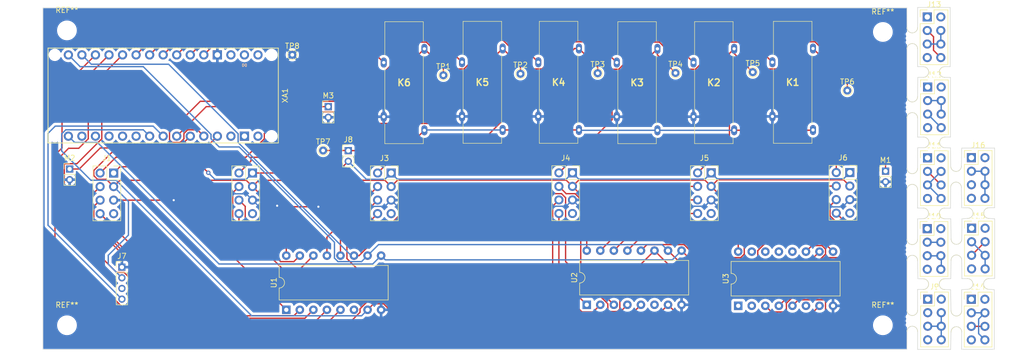
<source format=kicad_pcb>
(kicad_pcb (version 20221018) (generator pcbnew)
  (layers (0 "F.Cu" signal) (31 "B.Cu" signal) (34 "B.Paste" user) (35 "F.Paste" user) (36 "B.SilkS" user "B.Silkscreen") (37 "F.SilkS" user "F.Silkscreen") (38 "B.Mask" user) (39 "F.Mask" user) (44 "Edge.Cuts" user))
  (net 0 "")
  (net 1 "Net-(J1-Pin_1)")
  (net 2 "Net-(J1-Pin_2)")
  (net 3 "Net-(J1-Pin_3)")
  (net 4 "Net-(J1-Pin_6)")
  (net 5 "Net-(J1-Pin_8)")
  (net 7 "Net-(J7-Pin_4)")
  (net 8 "Net-(J8-Pin_1)")
  (net 9 "Net-(K1-COIL+)")
  (net 10 "Net-(K2-COIL+)")
  (net 11 "Net-(K3-COIL+)")
  (net 12 "Net-(K4-COIL+)")
  (net 13 "Net-(K5-COIL+)")
  (net 14 "Net-(K6-COIL+)")
  (net 15 "Net-(M1-+)")
  (net 16 "Net-(M2-+)")
  (net 18 "Net-(U1-Z)")
  (net 20 "Net-(U1-~{E})")
  (net 21 "Net-(U1-S2)")
  (net 22 "Net-(U1-S1)")
  (net 23 "Net-(U1-S0)")
  (net 24 "Net-(U2-Z)")
  (net 28 "Net-(U3-Z)")
  (net 42 "Net-(J2-Pin_6)")
  (net 43 "Net-(J2-Pin_8)")
  (net 44 "Net-(J3-Pin_6)")
  (net 45 "Net-(J3-Pin_8)")
  (net 46 "Net-(J4-Pin_6)")
  (net 47 "Net-(J4-Pin_8)")
  (net 48 "Net-(J5-Pin_6)")
  (net 49 "Net-(J5-Pin_8)")
  (net 50 "Net-(J6-Pin_8)")
  (net 51 "Net-(J6-Pin_6)")
  (net 53 "Net-(J1-Pin_4)")
  (net 54 "Net-(J2-Pin_2)")
  (net 55 "Net-(J2-Pin_4)")
  (net 57 "Net-(J3-Pin_2)")
  (net 58 "Net-(J3-Pin_4)")
  (net 60 "Net-(J4-Pin_2)")
  (net 61 "Net-(J4-Pin_4)")
  (net 63 "Net-(J5-Pin_2)")
  (net 64 "Net-(J5-Pin_4)")
  (net 67 "Net-(J6-Pin_4)")
  (net 68 "Net-(J6-Pin_2)")
  (net 71 "Net-(J9-Pin_4)")
  (net 76 "Net-(J10-Pin_3)")
  (net 77 "Net-(J10-Pin_5)")
  (net 81 "Net-(J11-Pin_3)")
  (net 82 "Net-(J11-Pin_4)")
  (net 86 "Net-(J12-Pin_3)")
  (net 89 "Net-(J13-Pin_3)")
  (net 90 "Net-(J13-Pin_4)")
  (net 91 "Net-(J12-Pin_5)")
  (net 94 "Net-(J14-Pin_3)")
  (net 95 "Net-(J14-Pin_5)")
  (net 98 "Net-(M3-+)")
  (net 100 "Net-(J1-Pin_5)")
  (net 105 "Net-(J15-Pin_3)")
  (net 106 "Net-(J15-Pin_4)")
  (net 110 "Net-(J16-Pin_3)")
  (footprint "MountingHole:MountingHole_3.2mm_M3_DIN965" (layer "F.Cu") (at 99.13 23.68)
    (fp_text reference "REF**")
    (fp_text value "MountingHole_3.2mm_M3_DIN965")
  )
  (footprint "Connector_PinSocket_2.54mm:PinSocket_2x04_P2.54mm_Vertical" (layer "F.Cu") (at 133.927145 50.425)
    (fp_text reference "J2" hide)
    (fp_text value "Conn_02x04_Counter_Clockwise")
  )
  (footprint "PCM_arduino-library:Arduino_Nano_Every_Socket" (layer "F.Cu") (at 95.587145 35.895 -90)
    (fp_text reference "XA1")
    (fp_text value "Arduino_Nano_RP2040_Connect_Socket")
  )
  (footprint "Mouse_bite:mouse-bite-2mm-slot" (layer "F.Cu") (at 265.93 64.8 -90)
    (fp_text reference "mouse-bite-2mm-slot" hide)
    (fp_text value "VAL**" hide)
  )
  (footprint "Mouse_bite:mouse-bite-2mm-slot" (layer "F.Cu") (at 257.65 78.15 -90)
    (fp_text reference "mouse-bite-2mm-slot" hide)
    (fp_text value "VAL**" hide)
  )
  (footprint "MountingHole:MountingHole_3.2mm_M3_DIN965" (layer "F.Cu") (at 252.137145 23.975)
    (fp_text reference "REF**")
    (fp_text value "MountingHole_3.2mm_M3_DIN965")
  )
  (footprint "Relay_THT:HE751A0500" (layer "F.Cu") (at 216.627145 29.665)
    (fp_text reference "K2")
    (fp_text value "HE751A0500" hide)
  )
  (footprint "Relay_THT:HE751A0500" (layer "F.Cu") (at 202.237145 29.675)
    (fp_text reference "K3")
    (fp_text value "HE751A0500" hide)
  )
  (footprint "Package_DIP:DIP-16_W10.16mm" (layer "F.Cu") (at 196.607145 75.135 90)
    (fp_text reference "U2")
    (fp_text value "74LS151")
  )
  (footprint "Mouse_bite:mouse-bite-2mm-slot" (layer "F.Cu") (at 257.65 51.55 -90)
    (fp_text reference "mouse-bite-2mm-slot" hide)
    (fp_text value "VAL**" hide)
  )
  (footprint "Connector_PinHeader_2.54mm:PinHeader_2x04_P2.54mm_Vertical" (layer "F.Cu") (at 268.77 60.78)
    (fp_text reference "J15")
    (fp_text value "Conn_02x04_Odd_Even")
  )
  (footprint "Relay_THT:HE751A0500" (layer "F.Cu") (at 158.537145 29.675)
    (fp_text reference "K6")
    (fp_text value "HE751A0500" hide)
  )
  (footprint "TestPoint:TestPoint_THTPad_D1.5mm_Drill0.7mm" (layer "F.Cu") (at 213.25 31.66)
    (fp_text reference "TP4")
    (fp_text value "TestPoint")
  )
  (footprint "Mouse_bite:mouse-bite-2mm-slot" (layer "F.Cu") (at 257.65 64.85 -90)
    (fp_text reference "mouse-bite-2mm-slot" hide)
    (fp_text value "VAL**" hide)
  )
  (footprint "Connector_PinSocket_2.54mm:PinSocket_2x04_P2.54mm_Vertical" (layer "F.Cu") (at 245.937145 50.335)
    (fp_text reference "J6")
    (fp_text value "Conn_02x04_Counter_Clockwise")
  )
  (footprint "Relay_THT:HE751A0500" (layer "F.Cu") (at 231.417145 29.615)
    (fp_text reference "K1")
    (fp_text value "HE751A0500" hide)
  )
  (footprint "TestPoint:TestPoint_THTPad_D1.5mm_Drill0.7mm" (layer "F.Cu") (at 147.17 46.2)
    (fp_text reference "TP7")
    (fp_text value "TestPoint")
  )
  (footprint "TestPoint:TestPoint_THTPad_D1.5mm_Drill0.7mm" (layer "F.Cu") (at 184.18 31.82)
    (fp_text reference "TP2")
    (fp_text value "TestPoint")
  )
  (footprint "Connector_PinSocket_2.54mm:PinSocket_2x04_P2.54mm_Vertical" (layer "F.Cu") (at 193.927145 50.395)
    (fp_text reference "J4")
    (fp_text value "Conn_02x04_Counter_Clockwise")
  )
  (footprint "Mouse_bite:mouse-bite-2mm-slot" (layer "F.Cu") (at 261.75 31.5 180)
    (fp_text reference "mouse-bite-2mm-slot" hide)
    (fp_text value "VAL**" hide)
  )
  (footprint "Relay_THT:HE751A0500" (layer "F.Cu") (at 187.517145 29.615)
    (fp_text reference "K4")
    (fp_text value "HE751A0500" hide)
  )
  (footprint "Connector_PinHeader_2.00mm:PinHeader_1x02_P2.00mm_Vertical" (layer "F.Cu") (at 148.137145 37.975)
    (fp_text reference "M3")
    (fp_text value "Fan")
  )
  (footprint "Mouse_bite:mouse-bite-2mm-slot" (layer "F.Cu") (at 257.65 38.1 -90)
    (fp_text reference "mouse-bite-2mm-slot" hide)
    (fp_text value "VAL**" hide)
  )
  (footprint "Connector_PinSocket_2.54mm:PinSocket_2x04_P2.54mm_Vertical" (layer "F.Cu") (at 159.927145 50.425)
    (fp_text reference "J3")
    (fp_text value "Conn_02x04_Counter_Clockwise")
  )
  (footprint "MountingHole:MountingHole_3.2mm_M3_DIN965" (layer "F.Cu") (at 252.137145 78.975)
    (fp_text reference "REF**")
    (fp_text value "MountingHole_3.2mm_M3_DIN965")
  )
  (footprint "Mouse_bite:mouse-bite-2mm-slot" (layer "F.Cu") (at 261.735 71.28 180)
    (fp_text reference "mouse-bite-2mm-slot" hide)
    (fp_text value "VAL**" hide)
  )
  (footprint "TestPoint:TestPoint_THTPad_D1.5mm_Drill0.7mm" (layer "F.Cu") (at 227.74 31.51)
    (fp_text reference "TP5")
    (fp_text value "TestPoint")
  )
  (footprint "TestPoint:TestPoint_THTPad_D1.5mm_Drill0.7mm" (layer "F.Cu") (at 198.66 31.71)
    (fp_text reference "TP3")
    (fp_text value "TestPoint")
  )
  (footprint "Connector_PinHeader_2.00mm:PinHeader_1x02_P2.00mm_Vertical" (layer "F.Cu") (at 151.887145 46.225)
    (fp_text reference "J8")
    (fp_text value "Conn_01x02")
  )
  (footprint "Connector_PinHeader_2.00mm:PinHeader_1x02_P2.00mm_Vertical" (layer "F.Cu") (at 99.637145 49.675)
    (fp_text reference "M2")
    (fp_text value "Fan")
  )
  (footprint "Connector_PinHeader_2.54mm:PinHeader_2x04_P2.54mm_Vertical" (layer "F.Cu") (at 260.46 60.86)
    (fp_text reference "J10")
    (fp_text value "Conn_02x04_Odd_Even")
  )
  (footprint "Connector_PinHeader_2.54mm:PinHeader_2x04_P2.54mm_Vertical" (layer "F.Cu") (at 260.51 47.58)
    (fp_text reference "J11")
    (fp_text value "Conn_02x04_Odd_Even")
  )
  (footprint "Connector_PinSocket_2.54mm:PinSocket_2x04_P2.54mm_Vertical" (layer "F.Cu") (at 219.937145 50.395)
    (fp_text reference "J5")
    (fp_text value "Conn_02x04_Counter_Clockwise")
  )
  (footprint "Mouse_bite:mouse-bite-2mm-slot" (layer "F.Cu") (at 261.8 44.7 180)
    (fp_text reference "mouse-bite-2mm-slot" hide)
    (fp_text value "VAL**" hide)
  )
  (footprint "Relay_THT:HE751A0500" (layer "F.Cu") (at 173.217145 29.615)
    (fp_text reference "K5")
    (fp_text value "HE751A0500" hide)
  )
  (footprint "Mouse_bite:mouse-bite-2mm-slot" (layer "F.Cu") (at 261.72 57.98 180)
    (fp_text reference "mouse-bite-2mm-slot" hide)
    (fp_text value "VAL**" hide)
  )
  (footprint "TestPoint:TestPoint_THTPad_D1.5mm_Drill0.7mm" (layer "F.Cu") (at 141.39 28.26)
    (fp_text reference "TP8")
    (fp_text value "TestPoint")
  )
  (footprint "Mouse_bite:mouse-bite-2mm-slot" (layer "F.Cu") (at 265.86 51.13 90)
    (fp_text reference "mouse-bite-2mm-slot" hide)
    (fp_text value "VAL**" hide)
  )
  (footprint "Connector_PinHeader_2.54mm:PinHeader_2x04_P2.54mm_Vertical" (layer "F.Cu") (at 260.53 34.3)
    (fp_text reference "J12")
    (fp_text value "Conn_02x04_Odd_Even")
  )
  (footprint "Package_DIP:DIP-16_W10.16mm" (layer "F.Cu") (at 225.012145 75.325 90)
    (fp_text reference "U3")
    (fp_text value "74LS151")
  )
  (footprint "Connector_PinHeader_2.54mm:PinHeader_2x04_P2.54mm_Vertical" (layer "F.Cu") (at 260.545 74.08)
    (fp_text reference "J9")
    (fp_text value "Conn_02x04_Odd_Even")
  )
  (footprint "Mouse_bite:mouse-bite-2mm-slot" (layer "F.Cu") (at 265.95 78.25 -90)
    (fp_text reference "mouse-bite-2mm-slot" hide)
    (fp_text value "VAL**" hide)
  )
  (footprint "Mouse_bite:mouse-bite-2mm-slot" (layer "F.Cu") (at 257.65 25.15 -90)
    (fp_text reference "mouse-bite-2mm-slot" hide)
    (fp_text value "VAL**" hide)
  )
  (footprint "MountingHole:MountingHole_3.2mm_M3_DIN965" (layer "F.Cu") (at 99.137145 78.975)
    (fp_text reference "REF**")
    (fp_text value "MountingHole_3.2mm_M3_DIN965")
  )
  (footprint "Mouse_bite:mouse-bite-2mm-slot" (layer "F.Cu") (at 270.04 57.94)
    (fp_text reference "mouse-bite-2mm-slot" hide)
    (fp_text value "VAL**" hide)
  )
  (footprint "Connector_PinHeader_2.54mm:PinHeader_2x04_P2.54mm_Vertical" (layer "F.Cu") (at 268.74 47.55)
    (fp_text reference "J16")
    (fp_text value "Conn_02x04_Odd_Even")
  )
  (footprint "Connector_PinSocket_2.54mm:PinSocket_2x04_P2.54mm_Vertical" (layer "F.Cu") (at 107.887145 50.435)
    (fp_text reference "J1")
    (fp_text value "Conn_02x04_Counter_Clockwise")
  )
  (footprint "Connector_PinHeader_2.54mm:PinHeader_2x04_P2.54mm_Vertical" (layer "F.Cu") (at 260.46 21.16)
    (fp_text reference "J13")
    (fp_text value "Conn_02x04_Odd_Even")
  )
  (footprint "TestPoint:TestPoint_THTPad_D1.5mm_Drill0.7mm" (layer "F.Cu") (at 245.47 34.96)
    (fp_text reference "TP6")
    (fp_text value "TestPoint")
  )
  (footprint "Connector_PinHeader_2.00mm:PinHeader_1x04_P2.00mm_Vertical" (layer "F.Cu") (at 109.437145 68.075)
    (fp_text reference "J7")
    (fp_text value "Conn_01x04")
  )
  (footprint "Connector_PinHeader_2.54mm:PinHeader_2x04_P2.54mm_Vertical" (layer "F.Cu") (at 268.725 74.1)
    (fp_text reference "J14")
    (fp_text value "Conn_02x04_Odd_Even")
  )
  (footprint "Mouse_bite:mouse-bite-2mm-slot" (layer "F.Cu") (at 270.02 71.23 180)
    (fp_text reference "mouse-bite-2mm-slot" hide)
    (fp_text value "VAL**" hide)
  )
  (footprint "Package_DIP:DIP-16_W10.16mm" (layer "F.Cu") (at 140.262145 76.075 90)
    (fp_text reference "U1")
    (fp_text value "74LS151")
  )
  (footprint "Connector_PinHeader_2.00mm:PinHeader_1x02_P2.00mm_Vertical" (layer "F.Cu") (at 252.637145 50.075)
    (fp_text reference "M1")
    (fp_text value "Fan")
  )
  (footprint "TestPoint:TestPoint_THTPad_D1.5mm_Drill0.7mm" (layer "F.Cu") (at 169.72 32.1)
    (fp_text reference "TP1")
    (fp_text value "TestPoint")
  )
  (gr_line (start 264.91 76.23) (end 264.84 72.31) (stroke (width 0.1)) (layer "Edge.Cuts"))
  (gr_line (start 258.65 53.55) (end 258.65 56.88) (stroke (width 0.1)) (layer "Edge.Cuts"))
  (gr_line (start 266.86 49.13) (end 266.93 45.75) (stroke (width 0.1)) (layer "Edge.Cuts"))
  (gr_arc (start 256.65 27.15) (mid 257.65 26.15) (end 258.65 27.15) (stroke (width 0.1)) (layer "Edge.Cuts"))
  (gr_line (start 258.65 40.1) (end 258.65 43.69) (stroke (width 0.1)) (layer "Edge.Cuts"))
  (gr_line (start 264.87 70.25) (end 263.69 70.25) (stroke (width 0.1)) (layer "Edge.Cuts"))
  (gr_line (start 258.67 45.68) (end 258.65 49.55) (stroke (width 0.1)) (layer "Edge.Cuts"))
  (gr_line (start 264.84 72.31) (end 263.69 72.27) (stroke (width 0.1)) (layer "Edge.Cuts"))
  (gr_line (start 272.04 58.94) (end 273.11 59.01) (stroke (width 0.1)) (layer "Edge.Cuts"))
  (gr_line (start 256.65 23.15) (end 256.637145 19.475) (stroke (width 0.1)) (layer "Edge.Cuts"))
  (gr_arc (start 259.76 43.68) (mid 260.76 44.68) (end 259.76 45.68) (stroke (width 0.1)) (layer "Edge.Cuts"))
  (gr_arc (start 259.71 30.48) (mid 260.71 31.48) (end 259.71 32.48) (stroke (width 0.1)) (layer "Edge.Cuts"))
  (gr_arc (start 263.71 32.48) (mid 262.71 31.48) (end 263.71 30.48) (stroke (width 0.1)) (layer "Edge.Cuts"))
  (gr_arc (start 258.65 23.15) (mid 257.65 24.15) (end 256.65 23.15) (stroke (width 0.1)) (layer "Edge.Cuts"))
  (gr_arc (start 272.02 72.23) (mid 271.02 71.23) (end 272.02 70.23) (stroke (width 0.1)) (layer "Edge.Cuts"))
  (gr_line (start 258.65 59.01) (end 259.69 59) (stroke (width 0.1)) (layer "Edge.Cuts"))
  (gr_line (start 94.637145 83.475) (end 94.637145 19.475) (stroke (width 0.1)) (layer "Edge.Cuts"))
  (gr_line (start 266.93 45.75) (end 273.09 45.75) (stroke (width 0.1)) (layer "Edge.Cuts"))
  (gr_arc (start 258.65 49.55) (mid 257.65 50.55) (end 256.65 49.55) (stroke (width 0.1)) (layer "Edge.Cuts"))
  (gr_line (start 264.81 45.71) (end 263.76 45.68) (stroke (width 0.1)) (layer "Edge.Cuts"))
  (gr_line (start 273.09 45.75) (end 273.09 56.93) (stroke (width 0.1)) (layer "Edge.Cuts"))
  (gr_line (start 256.637145 83.475) (end 256.65 80.15) (stroke (width 0.1)) (layer "Edge.Cuts"))
  (gr_arc (start 272.04 58.94) (mid 271.04 57.94) (end 272.04 56.94) (stroke (width 0.1)) (layer "Edge.Cuts"))
  (gr_arc (start 266.93 62.8) (mid 265.93 63.8) (end 264.93 62.8) (stroke (width 0.1)) (layer "Edge.Cuts"))
  (gr_line (start 266.91 76.23) (end 266.91 72.3) (stroke (width 0.1)) (layer "Edge.Cuts"))
  (gr_line (start 258.65 62.85) (end 258.65 59.01) (stroke (width 0.1)) (layer "Edge.Cuts"))
  (gr_arc (start 268.02 70.23) (mid 269.02 71.23) (end 268.02 72.23) (stroke (width 0.1)) (layer "Edge.Cuts"))
  (gr_line (start 263.76 43.68) (end 264.81 43.68) (stroke (width 0.1)) (layer "Edge.Cuts"))
  (gr_arc (start 256.65 66.85) (mid 257.65 65.85) (end 258.65 66.85) (stroke (width 0.1)) (layer "Edge.Cuts"))
  (gr_arc (start 268.04 56.94) (mid 269.04 57.94) (end 268.04 58.94) (stroke (width 0.1)) (layer "Edge.Cuts"))
  (gr_arc (start 264.91 80.23) (mid 265.91 79.23) (end 266.91 80.23) (stroke (width 0.1)) (layer "Edge.Cuts"))
  (gr_line (start 273.03 83.48) (end 266.9 83.48) (stroke (width 0.1)) (layer "Edge.Cuts"))
  (gr_line (start 266.96 70.23) (end 268.02 70.23) (stroke (width 0.1)) (layer "Edge.Cuts"))
  (gr_line (start 264.93 62.8) (end 264.87 59.01) (stroke (width 0.1)) (layer "Edge.Cuts"))
  (gr_line (start 258.71 70.26) (end 258.65 66.85) (stroke (width 0.1)) (layer "Edge.Cuts"))
  (gr_line (start 258.65 83.51) (end 264.85 83.51) (stroke (width 0.1)) (layer "Edge.Cuts"))
  (gr_line (start 258.66 19.38) (end 264.76 19.38) (stroke (width 0.1)) (layer "Edge.Cuts"))
  (gr_line (start 273.03 72.3) (end 273.03 83.48) (stroke (width 0.1)) (layer "Edge.Cuts"))
  (gr_line (start 266.92 66.8) (end 266.96 70.23) (stroke (width 0.1)) (layer "Edge.Cuts"))
  (gr_line (start 264.81 32.5) (end 263.71 32.48) (stroke (width 0.1)) (layer "Edge.Cuts"))
  (gr_arc (start 258.65 76.15) (mid 257.65 77.15) (end 256.65 76.15) (stroke (width 0.1)) (layer "Edge.Cuts"))
  (gr_line (start 256.65 76.15) (end 256.65 66.85) (stroke (width 0.1)) (layer "Edge.Cuts"))
  (gr_line (start 258.65 80.15) (end 258.65 83.51) (stroke (width 0.1)) (layer "Edge.Cuts"))
  (gr_line (start 273.11 70.19) (end 273.11 59.01) (stroke (width 0.1)) (layer "Edge.Cuts"))
  (gr_arc (start 259.7 70.26) (mid 260.7 71.26) (end 259.7 72.26) (stroke (width 0.1)) (layer "Edge.Cuts"))
  (gr_arc (start 258.65 62.85) (mid 257.65 63.85) (end 256.65 62.85) (stroke (width 0.1)) (layer "Edge.Cuts"))
  (gr_arc (start 263.69 72.27) (mid 262.68 71.26) (end 263.69 70.25) (stroke (width 0.1)) (layer "Edge.Cuts"))
  (gr_line (start 263.7 57.01) (end 264.82 57.01) (stroke (width 0.1)) (layer "Edge.Cuts"))
  (gr_arc (start 264.85 53.13) (mid 265.85 52.13) (end 266.85 53.13) (stroke (width 0.1)) (layer "Edge.Cuts"))
  (gr_line (start 259.71 32.48) (end 258.69 32.48) (stroke (width 0.1)) (layer "Edge.Cuts"))
  (gr_line (start 264.92 66.8) (end 264.87 70.25) (stroke (width 0.1)) (layer "Edge.Cuts"))
  (gr_line (start 256.65 36.1) (end 256.65 27.15) (stroke (width 0.1)) (layer "Edge.Cuts"))
  (gr_line (start 259.7 70.26) (end 258.71 70.26) (stroke (width 0.1)) (layer "Edge.Cuts"))
  (gr_arc (start 259.69 57) (mid 260.69 58) (end 259.69 59) (stroke (width 0.1)) (layer "Edge.Cuts"))
  (gr_line (start 266.97 59.01) (end 266.93 62.8) (stroke (width 0.1)) (layer "Edge.Cuts"))
  (gr_arc (start 263.76 45.68) (mid 262.76 44.68) (end 263.76 43.68) (stroke (width 0.1)) (layer "Edge.Cuts"))
  (gr_line (start 266.93 56.94) (end 266.85 53.13) (stroke (width 0.1)) (layer "Edge.Cuts"))
  (gr_line (start 258.64 72.26) (end 258.65 76.15) (stroke (width 0.1)) (layer "Edge.Cuts"))
  (gr_arc (start 263.7 59.01) (mid 262.7 58.01) (end 263.7 57.01) (stroke (width 0.1)) (layer "Edge.Cuts"))
  (gr_line (start 273.09 56.93) (end 272.04 56.94) (stroke (width 0.1)) (layer "Edge.Cuts"))
  (gr_line (start 94.637145 83.475) (end 256.637145 83.475) (stroke (width 0.1)) (layer "Edge.Cuts"))
  (gr_line (start 258.65 27.15) (end 258.65 30.48) (stroke (width 0.1)) (layer "Edge.Cuts"))
  (gr_line (start 264.81 43.68) (end 264.81 32.5) (stroke (width 0.1)) (layer "Edge.Cuts"))
  (gr_line (start 259.69 57) (end 258.64 57) (stroke (width 0.1)) (layer "Edge.Cuts"))
  (gr_line (start 273.03 72.3) (end 272.02 72.23) (stroke (width 0.1)) (layer "Edge.Cuts"))
  (gr_line (start 258.65 30.48) (end 259.71 30.48) (stroke (width 0.1)) (layer "Edge.Cuts"))
  (gr_line (start 264.81 45.71) (end 264.86 49.13) (stroke (width 0.1)) (layer "Edge.Cuts"))
  (gr_line (start 263.71 30.48) (end 264.76 30.48) (stroke (width 0.1)) (layer "Edge.Cuts"))
  (gr_line (start 263.7 59.01) (end 264.87 59.01) (stroke (width 0.1)) (layer "Edge.Cuts"))
  (gr_line (start 258.64 57) (end 258.65 56.88) (stroke (width 0.1)) (layer "Edge.Cuts"))
  (gr_line (start 264.76 19.38) (end 264.76 30.48) (stroke (width 0.1)) (layer "Edge.Cuts"))
  (gr_line (start 256.65 62.85) (end 256.65 53.55) (stroke (width 0.1)) (layer "Edge.Cuts"))
  (gr_line (start 259.7 72.26) (end 258.64 72.26) (stroke (width 0.1)) (layer "Edge.Cuts"))
  (gr_arc (start 256.65 53.55) (mid 257.65 52.55) (end 258.65 53.55) (stroke (width 0.1)) (layer "Edge.Cuts"))
  (gr_arc (start 266.86 49.13) (mid 265.86 50.13) (end 264.86 49.13) (stroke (width 0.1)) (layer "Edge.Cuts"))
  (gr_line (start 258.65 43.69) (end 259.76 43.68) (stroke (width 0.1)) (layer "Edge.Cuts"))
  (gr_line (start 256.65 49.55) (end 256.65 40.1) (stroke (width 0.1)) (layer "Edge.Cuts"))
  (gr_arc (start 258.65 36.1) (mid 257.65 37.1) (end 256.65 36.1) (stroke (width 0.1)) (layer "Edge.Cuts"))
  (gr_line (start 264.85 53.13) (end 264.82 57.01) (stroke (width 0.1)) (layer "Edge.Cuts"))
  (gr_line (start 268.04 58.94) (end 266.97 59.01) (stroke (width 0.1)) (layer "Edge.Cuts"))
  (gr_line (start 258.66 19.38) (end 258.65 23.15) (stroke (width 0.1)) (layer "Edge.Cuts"))
  (gr_line (start 266.91 72.3) (end 268.02 72.23) (stroke (width 0.1)) (layer "Edge.Cuts"))
  (gr_arc (start 256.65 80.15) (mid 257.65 79.15) (end 258.65 80.15) (stroke (width 0.1)) (layer "Edge.Cuts"))
  (gr_arc (start 256.65 40.1) (mid 257.65 39.1) (end 258.65 40.1) (stroke (width 0.1)) (layer "Edge.Cuts"))
  (gr_line (start 266.9 83.48) (end 266.91 80.23) (stroke (width 0.1)) (layer "Edge.Cuts"))
  (gr_line (start 258.69 32.48) (end 258.65 36.1) (stroke (width 0.1)) (layer "Edge.Cuts"))
  (gr_arc (start 264.92 66.8) (mid 265.92 65.8) (end 266.92 66.8) (stroke (width 0.1)) (layer "Edge.Cuts"))
  (gr_line (start 272.02 70.23) (end 273.11 70.19) (stroke (width 0.1)) (layer "Edge.Cuts"))
  (gr_arc (start 266.91 76.23) (mid 265.91 77.23) (end 264.91 76.23) (stroke (width 0.1)) (layer "Edge.Cuts"))
  (gr_line (start 264.85 83.51) (end 264.91 80.23) (stroke (width 0.1)) (layer "Edge.Cuts"))
  (gr_line (start 268.04 56.94) (end 266.93 56.94) (stroke (width 0.1)) (layer "Edge.Cuts"))
  (gr_line (start 259.76 45.68) (end 258.67 45.68) (stroke (width 0.1)) (layer "Edge.Cuts"))
  (gr_line (start 256.637145 19.475) (end 94.637145 19.475) (stroke (width 0.1)) (layer "Edge.Cuts"))
  (segment (start 133.927145 50.425) (end 149.687145 50.425) (width 0.25) (layer "F.Cu") (net 1))
  (segment (start 109.072145 49.25) (end 124.51 49.25) (width 0.25) (layer "F.Cu") (net 1))
  (segment (start 124.51 49.25) (end 125.64 50.38) (width 0.25) (layer "F.Cu") (net 1))
  (segment (start 107.887145 50.435) (end 109.072145 49.25) (width 0.25) (layer "F.Cu") (net 1))
  (segment (start 149.687145 50.425) (end 151.887145 48.225) (width 0.25) (layer "F.Cu") (net 1))
  (via (at 125.64 50.38) (size 0.8) (drill 0.4) (layers "F.Cu" "B.Cu") (net 1))
  (segment (start 244.762145 51.51) (end 221.052145 51.51) (width 0.25) (layer "B.Cu") (net 1))
  (segment (start 132.752145 51.6) (end 133.927145 50.425) (width 0.25) (layer "B.Cu") (net 1))
  (segment (start 158.752145 51.6) (end 155.262145 51.6) (width 0.25) (layer "B.Cu") (net 1))
  (segment (start 221.052145 51.51) (end 219.937145 50.395) (width 0.25) (layer "B.Cu") (net 1))
  (segment (start 161.072145 51.57) (end 159.927145 50.425) (width 0.25) (layer "B.Cu") (net 1))
  (segment (start 125.64 50.38) (end 126.86 51.6) (width 0.25) (layer "B.Cu") (net 1))
  (segment (start 126.86 51.6) (end 132.752145 51.6) (width 0.25) (layer "B.Cu") (net 1))
  (segment (start 245.937145 50.335) (end 244.762145 51.51) (width 0.25) (layer "B.Cu") (net 1))
  (segment (start 195.102145 51.57) (end 193.927145 50.395) (width 0.25) (layer "B.Cu") (net 1))
  (segment (start 159.927145 50.425) (end 158.752145 51.6) (width 0.25) (layer "B.Cu") (net 1))
  (segment (start 192.752145 51.57) (end 161.072145 51.57) (width 0.25) (layer "B.Cu") (net 1))
  (segment (start 218.762145 51.57) (end 195.102145 51.57) (width 0.25) (layer "B.Cu") (net 1))
  (segment (start 155.262145 51.6) (end 151.887145 48.225) (width 0.25) (layer "B.Cu") (net 1))
  (segment (start 193.927145 50.395) (end 192.752145 51.57) (width 0.25) (layer "B.Cu") (net 1))
  (segment (start 219.937145 50.395) (end 218.762145 51.57) (width 0.25) (layer "B.Cu") (net 1))
  (segment (start 166.157145 27.135) (end 154.317145 38.975) (width 0.25) (layer "F.Cu") (net 2))
  (segment (start 108.307145 47.475) (end 105.347145 50.435) (width 0.25) (layer "F.Cu") (net 2))
  (segment (start 169.72 30.697855) (end 166.157145 27.135) (width 0.25) (layer "F.Cu") (net 2))
  (segment (start 136.145745 43.022665) (end 136.145745 44.007335) (width 0.25) (layer "F.Cu") (net 2))
  (segment (start 154.317145 38.975) (end 140.19341 38.975) (width 0.25) (layer "F.Cu") (net 2))
  (segment (start 136.145745 44.007335) (end 132.67808 47.475) (width 0.25) (layer "F.Cu") (net 2))
  (segment (start 169.72 32.1) (end 169.72 30.697855) (width 0.25) (layer "F.Cu") (net 2))
  (segment (start 140.19341 38.975) (end 136.145745 43.022665) (width 0.25) (layer "F.Cu") (net 2))
  (segment (start 132.67808 47.475) (end 108.307145 47.475) (width 0.25) (layer "F.Cu") (net 2))
  (segment (start 196.607145 64.975) (end 196.607145 55.615) (width 0.25) (layer "F.Cu") (net 3))
  (segment (start 196.607145 55.615) (end 193.927145 52.935) (width 0.25) (layer "F.Cu") (net 3))
  (segment (start 225.012145 58.01) (end 225.012145 65.165) (width 0.25) (layer "F.Cu") (net 3))
  (segment (start 133.927145 52.965) (end 135.102145 51.79) (width 0.25) (layer "F.Cu") (net 3))
  (segment (start 218.762145 51.76) (end 219.937145 52.935) (width 0.25) (layer "F.Cu") (net 3))
  (segment (start 192.752145 51.76) (end 193.927145 52.935) (width 0.25) (layer "F.Cu") (net 3))
  (segment (start 140.262145 59.3) (end 133.927145 52.965) (width 0.25) (layer "F.Cu") (net 3))
  (segment (start 158.752145 51.79) (end 159.927145 52.965) (width 0.25) (layer "F.Cu") (net 3))
  (segment (start 219.937145 52.935) (end 221.172145 51.7) (width 0.25) (layer "F.Cu") (net 3))
  (segment (start 193.927145 52.935) (end 195.102145 51.76) (width 0.25) (layer "F.Cu") (net 3))
  (segment (start 106.522145 51.61) (end 104.860444 51.61) (width 0.25) (layer "F.Cu") (net 3))
  (segment (start 161.132145 51.76) (end 192.752145 51.76) (width 0.25) (layer "F.Cu") (net 3))
  (segment (start 132.752145 51.79) (end 133.927145 52.965) (width 0.25) (layer "F.Cu") (net 3))
  (segment (start 107.887145 52.975) (end 106.522145 51.61) (width 0.25) (layer "F.Cu") (net 3))
  (segment (start 159.927145 52.965) (end 161.132145 51.76) (width 0.25) (layer "F.Cu") (net 3))
  (segment (start 124.377145 46.475) (end 127.337145 43.515) (width 0.25) (layer "F.Cu") (net 3))
  (segment (start 244.762145 51.7) (end 245.937145 52.875) (width 0.25) (layer "F.Cu") (net 3))
  (segment (start 219.937145 52.935) (end 225.012145 58.01) (width 0.25) (layer "F.Cu") (net 3))
  (segment (start 140.262145 65.915) (end 140.262145 59.3) (width 0.25) (layer "F.Cu") (net 3))
  (segment (start 135.102145 51.79) (end 158.752145 51.79) (width 0.25) (layer "F.Cu") (net 3))
  (segment (start 221.172145 51.7) (end 244.762145 51.7) (width 0.25) (layer "F.Cu") (net 3))
  (segment (start 104.172145 50.921701) (end 104.172145 49.948299) (width 0.25) (layer "F.Cu") (net 3))
  (segment (start 104.860444 51.61) (end 104.172145 50.921701) (width 0.25) (layer "F.Cu") (net 3))
  (segment (start 107.887145 52.975) (end 109.072145 51.79) (width 0.25) (layer "F.Cu") (net 3))
  (segment (start 109.072145 51.79) (end 132.752145 51.79) (width 0.25) (layer "F.Cu") (net 3))
  (segment (start 107.645444 46.475) (end 124.377145 46.475) (width 0.25) (layer "F.Cu") (net 3))
  (segment (start 195.102145 51.76) (end 218.762145 51.76) (width 0.25) (layer "F.Cu") (net 3))
  (segment (start 104.172145 49.948299) (end 107.645444 46.475) (width 0.25) (layer "F.Cu") (net 3))
  (segment (start 106.88 65.85) (end 106.88 67.517855) (width 0.25) (layer "B.Cu") (net 3))
  (segment (start 110.66 62.07) (end 106.88 65.85) (width 0.25) (layer "B.Cu") (net 3))
  (segment (start 110.66 55.747855) (end 110.66 62.07) (width 0.25) (layer "B.Cu") (net 3))
  (segment (start 106.88 67.517855) (end 109.437145 70.075) (width 0.25) (layer "B.Cu") (net 3))
  (segment (start 107.887145 52.975) (end 110.66 55.747855) (width 0.25) (layer "B.Cu") (net 3))
  (segment (start 105.347145 55.515) (end 104.172145 56.69) (width 0.25) (layer "F.Cu") (net 4))
  (segment (start 122.812145 77.65) (end 143.767145 77.65) (width 0.25) (layer "F.Cu") (net 4))
  (segment (start 143.767145 77.65) (end 145.342145 76.075) (width 0.25) (layer "F.Cu") (net 4))
  (segment (start 104.172145 56.69) (end 104.172145 59.01) (width 0.25) (layer "F.Cu") (net 4))
  (segment (start 104.172145 59.01) (end 122.812145 77.65) (width 0.25) (layer "F.Cu") (net 4))
  (segment (start 124.492145 77.2) (end 105.347145 58.055) (width 0.25) (layer "F.Cu") (net 5))
  (segment (start 142.802145 76.075) (end 141.677145 77.2) (width 0.25) (layer "F.Cu") (net 5))
  (segment (start 141.677145 77.2) (end 124.492145 77.2) (width 0.25) (layer "F.Cu") (net 5))
  (segment (start 95.582145 42.986878) (end 96.939023 41.63) (width 0.25) (layer "B.Cu") (net 7))
  (segment (start 109.437145 74.075) (end 95.582145 60.22) (width 0.25) (layer "B.Cu") (net 7))
  (segment (start 95.582145 60.22) (end 95.582145 42.986878) (width 0.25) (layer "B.Cu") (net 7))
  (segment (start 115.292145 41.63) (end 117.177145 43.515) (width 0.25) (layer "B.Cu") (net 7))
  (segment (start 96.939023 41.63) (end 115.292145 41.63) (width 0.25) (layer "B.Cu") (net 7))
  (segment (start 238.987145 42.405) (end 239.037145 42.355) (width 0.25) (layer "F.Cu") (net 8))
  (segment (start 151.887145 46.225) (end 162.347145 46.225) (width 0.25) (layer "F.Cu") (net 8))
  (segment (start 180.837145 42.355) (end 195.137145 42.355) (width 0.25) (layer "F.Cu") (net 8))
  (segment (start 162.347145 46.225) (end 166.157145 42.415) (width 0.25) (layer "F.Cu") (net 8))
  (segment (start 224.247145 42.405) (end 238.987145 42.405) (width 0.25) (layer "F.Cu") (net 8))
  (segment (start 147.17 46.2) (end 151.862145 46.2) (width 0.25) (layer "F.Cu") (net 8))
  (segment (start 151.862145 46.2) (end 151.887145 46.225) (width 0.25) (layer "F.Cu") (net 8))
  (segment (start 224.237145 42.415) (end 224.247145 42.405) (width 0.25) (layer "B.Cu") (net 8))
  (segment (start 180.837145 42.355) (end 166.217145 42.355) (width 0.25) (layer "B.Cu") (net 8))
  (segment (start 195.197145 42.415) (end 195.137145 42.355) (width 0.25) (layer "B.Cu") (net 8))
  (segment (start 209.857145 42.415) (end 224.237145 42.415) (width 0.25) (layer "B.Cu") (net 8))
  (segment (start 166.217145 42.355) (end 166.157145 42.415) (width 0.25) (layer "B.Cu") (net 8))
  (segment (start 209.857145 42.415) (end 195.197145 42.415) (width 0.25) (layer "B.Cu") (net 8))
  (segment (start 231.417145 29.655) (end 224.987145 23.225) (width 0.25) (layer "F.Cu") (net 9))
  (segment (start 224.987145 23.225) (end 117.147145 23.225) (width 0.25) (layer "F.Cu") (net 9))
  (segment (start 117.147145 23.225) (end 112.097145 28.275) (width 0.25) (layer "F.Cu") (net 9))
  (segment (start 119.237145 23.675) (end 114.637145 28.275) (width 0.25) (layer "F.Cu") (net 10))
  (segment (start 210.597145 23.675) (end 119.237145 23.675) (width 0.25) (layer "F.Cu") (net 10))
  (segment (start 216.627145 29.705) (end 210.597145 23.675) (width 0.25) (layer "F.Cu") (net 10))
  (segment (start 121.327145 24.125) (end 117.177145 28.275) (width 0.25) (layer "F.Cu") (net 11))
  (segment (start 202.237145 29.715) (end 196.647145 24.125) (width 0.25) (layer "F.Cu") (net 11))
  (segment (start 196.647145 24.125) (end 121.327145 24.125) (width 0.25) (layer "F.Cu") (net 11))
  (segment (start 182.437145 24.575) (end 123.417145 24.575) (width 0.25) (layer "F.Cu") (net 12))
  (segment (start 123.417145 24.575) (end 119.717145 28.275) (width 0.25) (layer "F.Cu") (net 12))
  (segment (start 187.517145 29.655) (end 182.437145 24.575) (width 0.25) (layer "F.Cu") (net 12))
  (segment (start 173.217145 29.655) (end 168.587145 25.025) (width 0.25) (layer "F.Cu") (net 13))
  (segment (start 125.507145 25.025) (end 122.257145 28.275) (width 0.25) (layer "F.Cu") (net 13))
  (segment (start 168.587145 25.025) (end 125.507145 25.025) (width 0.25) (layer "F.Cu") (net 13))
  (segment (start 154.297145 25.475) (end 127.597145 25.475) (width 0.25) (layer "F.Cu") (net 14))
  (segment (start 127.597145 25.475) (end 124.797145 28.275) (width 0.25) (layer "F.Cu") (net 14))
  (segment (start 158.537145 29.715) (end 154.297145 25.475) (width 0.25) (layer "F.Cu") (net 14))
  (segment (start 118.365745 44.2036) (end 118.865745 44.7036) (width 0.25) (layer "F.Cu") (net 15))
  (segment (start 237.294145 25.818) (end 232.200145 30.912) (width 0.25) (layer "F.Cu") (net 15))
  (segment (start 222.08731 25.868) (end 216.99331 30.962) (width 0.25) (layer "F.Cu") (net 15))
  (segment (start 166.52331 25.878) (end 164.234145 25.878) (width 0.25) (layer "F.Cu") (net 15))
  (segment (start 118.865745 44.7036) (end 120.37228 44.7036) (width 0.25) (layer "F.Cu") (net 15))
  (segment (start 118.365745 42.7464) (end 118.365745 44.2036) (width 0.25) (layer "F.Cu") (net 15))
  (segment (start 252.637145 50.075) (end 252.637145 39.051835) (width 0.25) (layer "F.Cu") (net 15))
  (segment (start 225.030145 25.868) (end 222.08731 25.868) (width 0.25) (layer "F.Cu") (net 15))
  (segment (start 193.294145 25.818) (end 188.200145 30.912) (width 0.25) (layer "F.Cu") (net 15))
  (segment (start 239.40331 25.818) (end 237.294145 25.818) (width 0.25) (layer "F.Cu") (net 15))
  (segment (start 121.76481 42.3264) (end 123.608545 42.3264) (width 0.25) (layer "F.Cu") (net 15))
  (segment (start 164.234145 25.878) (end 153.137145 36.975) (width 0.25) (layer "F.Cu") (net 15))
  (segment (start 215.30731 30.962) (end 210.22331 25.878) (width 0.25) (layer "F.Cu") (net 15))
  (segment (start 121.068545 44.007335) (end 121.068545 43.022665) (width 0.25) (layer "F.Cu") (net 15))
  (segment (start 180.86031 25.475) (end 179.02031 25.475) (width 0.25) (layer "F.Cu") (net 15))
  (segment (start 252.637145 39.051835) (end 239.40331 25.818) (width 0.25) (layer "F.Cu") (net 15))
  (segment (start 230.074145 30.912) (end 225.030145 25.868) (width 0.25) (layer "F.Cu") (net 15))
  (segment (start 232.200145 30.912) (end 230.074145 30.912) (width 0.25) (layer "F.Cu") (net 15))
  (segment (start 173.58331 30.912) (end 171.55731 30.912) (width 0.25) (layer "F.Cu") (net 15))
  (segment (start 216.99331 30.962) (end 215.30731 30.962) (width 0.25) (layer "F.Cu") (net 15))
  (segment (start 201.134145 30.972) (end 195.980145 25.818) (width 0.25) (layer "F.Cu") (net 15))
  (segment (start 210.22331 25.878) (end 207.69731 25.878) (width 0.25) (layer "F.Cu") (net 15))
  (segment (start 124.137145 36.975) (end 118.365745 42.7464) (width 0.25) (layer "F.Cu") (net 15))
  (segment (start 195.980145 25.818) (end 193.294145 25.818) (width 0.25) (layer "F.Cu") (net 15))
  (segment (start 186.29731 30.912) (end 180.86031 25.475) (width 0.25) (layer "F.Cu") (net 15))
  (segment (start 153.137145 36.975) (end 124.137145 36.975) (width 0.25) (layer "F.Cu") (net 15))
  (segment (start 120.37228 44.7036) (end 121.068545 44.007335) (width 0.25) (layer "F.Cu") (net 15))
  (segment (start 188.200145 30.912) (end 186.29731 30.912) (width 0.25) (layer "F.Cu") (net 15))
  (segment (start 123.608545 42.3264) (end 124.797145 43.515) (width 0.25) (layer "F.Cu") (net 15))
  (segment (start 202.60331 30.972) (end 201.134145 30.972) (width 0.25) (layer "F.Cu") (net 15))
  (segment (start 171.55731 30.912) (end 166.52331 25.878) (width 0.25) (layer "F.Cu") (net 15))
  (segment (start 207.69731 25.878) (end 202.60331 30.972) (width 0.25) (layer "F.Cu") (net 15))
  (segment (start 121.068545 43.022665) (end 121.76481 42.3264) (width 0.25) (layer "F.Cu") (net 15))
  (segment (start 179.02031 25.475) (end 173.58331 30.912) (width 0.25) (layer "F.Cu") (net 15))
  (segment (start 101.437145 49.675) (end 105.382145 45.73) (width 0.25) (layer "F.Cu") (net 16))
  (segment (start 105.382145 45.73) (end 120.042145 45.73) (width 0.25) (layer "F.Cu") (net 16))
  (segment (start 120.042145 45.73) (end 122.257145 43.515) (width 0.25) (layer "F.Cu") (net 16))
  (segment (start 99.637145 49.675) (end 101.437145 49.675) (width 0.25) (layer "F.Cu") (net 16))
  (segment (start 150.422145 76.075) (end 147.572145 78.925) (width 0.25) (layer "F.Cu") (net 18))
  (segment (start 105.665745 32.1664) (end 109.557145 28.275) (width 0.25) (layer "F.Cu") (net 18))
  (segment (start 98.637145 54.747792) (end 98.637145 48.675) (width 0.25) (layer "F.Cu") (net 18))
  (segment (start 100.99808 48.675) (end 105.665745 44.007335) (width 0.25) (layer "F.Cu") (net 18))
  (segment (start 105.665745 44.007335) (end 105.665745 32.1664) (width 0.25) (layer "F.Cu") (net 18))
  (segment (start 98.637145 48.675) (end 100.99808 48.675) (width 0.25) (layer "F.Cu") (net 18))
  (segment (start 147.572145 78.925) (end 122.814353 78.925) (width 0.25) (layer "F.Cu") (net 18))
  (segment (start 122.814353 78.925) (end 98.637145 54.747792) (width 0.25) (layer "F.Cu") (net 18))
  (segment (start 213.637145 76.925) (end 238.652145 76.925) (width 0.25) (layer "F.Cu") (net 20))
  (segment (start 207.507145 79.475) (end 211.847145 75.135) (width 0.25) (layer "F.Cu") (net 20))
  (segment (start 211.847145 75.135) (end 213.637145 76.925) (width 0.25) (layer "F.Cu") (net 20))
  (segment (start 158.508136 74.95) (end 163.033136 79.475) (width 0.25) (layer "F.Cu") (net 20))
  (segment (start 163.033136 79.475) (end 207.507145 79.475) (width 0.25) (layer "F.Cu") (net 20))
  (segment (start 156.627145 74.95) (end 158.508136 74.95) (width 0.25) (layer "F.Cu") (net 20))
  (segment (start 238.652145 76.925) (end 240.252145 75.325) (width 0.25) (layer "F.Cu") (net 20))
  (segment (start 155.502145 76.075) (end 156.627145 74.95) (width 0.25) (layer "F.Cu") (net 20))
  (segment (start 154.377145 77.2) (end 133.773846 77.2) (width 0.25) (layer "B.Cu") (net 20))
  (segment (start 98.132145 46.292145) (end 98.132145 43.099065) (width 0.25) (layer "B.Cu") (net 20))
  (segment (start 113.448545 42.3264) (end 114.637145 43.515) (width 0.25) (layer "B.Cu") (net 20))
  (segment (start 103.62 51.78) (end 98.132145 46.292145) (width 0.25) (layer "B.Cu") (net 20))
  (segment (start 155.502145 76.075) (end 154.377145 77.2) (width 0.25) (layer "B.Cu") (net 20))
  (segment (start 133.773846 77.2) (end 108.353846 51.78) (width 0.25) (layer "B.Cu") (net 20))
  (segment (start 98.132145 43.099065) (end 98.90481 42.3264) (width 0.25) (layer "B.Cu") (net 20))
  (segment (start 108.353846 51.78) (end 103.62 51.78) (width 0.25) (layer "B.Cu") (net 20))
  (segment (start 98.90481 42.3264) (end 113.448545 42.3264) (width 0.25) (layer "B.Cu") (net 20))
  (segment (start 216.887145 67.475) (end 227.637145 67.475) (width 0.25) (layer "F.Cu") (net 21))
  (segment (start 228.677145 64.989009) (end 230.191154 63.475) (width 0.25) (layer "F.Cu") (net 21))
  (segment (start 241.102145 63.475) (end 242.792145 65.165) (width 0.25) (layer "F.Cu") (net 21))
  (segment (start 227.637145 67.475) (end 228.677145 66.435) (width 0.25) (layer "F.Cu") (net 21))
  (segment (start 228.677145 66.435) (end 228.677145 64.989009) (width 0.25) (layer "F.Cu") (net 21))
  (segment (start 230.191154 63.475) (end 241.102145 63.475) (width 0.25) (layer "F.Cu") (net 21))
  (segment (start 214.387145 64.975) (end 216.887145 67.475) (width 0.25) (layer "F.Cu") (net 21))
  (segment (start 156.467145 67.49) (end 127.652145 67.49) (width 0.25) (layer "B.Cu") (net 21))
  (segment (start 127.652145 67.49) (end 104.865745 44.7036) (width 0.25) (layer "B.Cu") (net 21))
  (segment (start 104.865745 44.7036) (end 100.585745 44.7036) (width 0.25) (layer "B.Cu") (net 21))
  (segment (start 158.842144 66.714999) (end 212.647146 66.714999) (width 0.25) (layer "B.Cu") (net 21))
  (segment (start 158.042145 65.915) (end 156.467145 67.49) (width 0.25) (layer "B.Cu") (net 21))
  (segment (start 100.585745 44.7036) (end 99.397145 43.515) (width 0.25) (layer "B.Cu") (net 21))
  (segment (start 158.042145 65.915) (end 158.842144 66.714999) (width 0.25) (layer "B.Cu") (net 21))
  (segment (start 212.647146 66.714999) (end 214.387145 64.975) (width 0.25) (layer "B.Cu") (net 21))
  (segment (start 237.492145 67.925) (end 214.797145 67.925) (width 0.25) (layer "F.Cu") (net 22))
  (segment (start 214.797145 67.925) (end 211.847145 64.975) (width 0.25) (layer "F.Cu") (net 22))
  (segment (start 240.252145 65.165) (end 237.492145 67.925) (width 0.25) (layer "F.Cu") (net 22))
  (segment (start 157.567145 63.85) (end 210.722145 63.85) (width 0.25) (layer "B.Cu") (net 22))
  (segment (start 113.43808 30.475) (end 101.597145 30.475) (width 0.25) (layer "B.Cu") (net 22))
  (segment (start 155.502145 65.915) (end 154.377145 67.04) (width 0.25) (layer "B.Cu") (net 22))
  (segment (start 155.502145 65.915) (end 157.567145 63.85) (width 0.25) (layer "B.Cu") (net 22))
  (segment (start 101.597145 30.475) (end 99.397145 28.275) (width 0.25) (layer "B.Cu") (net 22))
  (segment (start 131.428549 45.54) (end 127.68121 45.54) (width 0.25) (layer "B.Cu") (net 22))
  (segment (start 126.148545 44.007335) (end 126.148545 43.185465) (width 0.25) (layer "B.Cu") (net 22))
  (segment (start 126.148545 43.185465) (end 113.43808 30.475) (width 0.25) (layer "B.Cu") (net 22))
  (segment (start 154.377145 67.04) (end 149.956154 67.04) (width 0.25) (layer "B.Cu") (net 22))
  (segment (start 149.956154 67.04) (end 149.297145 66.380991) (width 0.25) (layer "B.Cu") (net 22))
  (segment (start 149.297145 63.408596) (end 131.428549 45.54) (width 0.25) (layer "B.Cu") (net 22))
  (segment (start 149.297145 66.380991) (end 149.297145 63.408596) (width 0.25) (layer "B.Cu") (net 22))
  (segment (start 210.722145 63.85) (end 211.847145 64.975) (width 0.25) (layer "B.Cu") (net 22))
  (segment (start 127.68121 45.54) (end 126.148545 44.007335) (width 0.25) (layer "B.Cu") (net 22))
  (segment (start 191.873846 54.3) (end 192.637145 55.063299) (width 0.25) (layer "F.Cu") (net 23))
  (segment (start 237.712145 65.165) (end 238.837145 64.04) (width 0.25) (layer "F.Cu") (net 23))
  (segment (start 241.377145 65.630991) (end 238.533136 68.475) (width 0.25) (layer "F.Cu") (net 23))
  (segment (start 153.911154 65.915) (end 165.526154 54.3) (width 0.25) (layer "F.Cu") (net 23))
  (segment (start 212.807145 68.475) (end 209.307145 64.975) (width 0.25) (layer "F.Cu") (net 23))
  (segment (start 202.812145 71.47) (end 209.307145 64.975) (width 0.25) (layer "F.Cu") (net 23))
  (segment (start 152.962145 65.915) (end 153.911154 65.915) (width 0.25) (layer "F.Cu") (net 23))
  (segment (start 165.526154 54.3) (end 191.873846 54.3) (width 0.25) (layer "F.Cu") (net 23))
  (segment (start 192.637145 55.063299) (end 192.637145 67.034009) (width 0.25) (layer "F.Cu") (net 23))
  (segment (start 238.533136 68.475) (end 212.807145 68.475) (width 0.25) (layer "F.Cu") (net 23))
  (segment (start 200.562145 74.959009) (end 200.562145 76.4) (width 0.25) (layer "F.Cu") (net 23))
  (segment (start 202.812145 75.913604) (end 202.812145 71.47) (width 0.25) (layer "F.Cu") (net 23))
  (segment (start 241.377145 64.699009) (end 241.377145 65.630991) (width 0.25) (layer "F.Cu") (net 23))
  (segment (start 240.718136 64.04) (end 241.377145 64.699009) (width 0.25) (layer "F.Cu") (net 23))
  (segment (start 202.325749 76.4) (end 202.812145 75.913604) (width 0.25) (layer "F.Cu") (net 23))
  (segment (start 200.562145 76.4) (end 202.325749 76.4) (width 0.25) (layer "F.Cu") (net 23))
  (segment (start 192.637145 67.034009) (end 200.562145 74.959009) (width 0.25) (layer "F.Cu") (net 23))
  (segment (start 238.837145 64.04) (end 240.718136 64.04) (width 0.25) (layer "F.Cu") (net 23))
  (segment (start 152.962145 65.915) (end 152.439945 65.915) (width 0.25) (layer "B.Cu") (net 23))
  (segment (start 131.228545 44.7036) (end 131.228545 43.0664) (width 0.25) (layer "B.Cu") (net 23))
  (segment (start 152.439945 65.915) (end 131.228545 44.7036) (width 0.25) (layer "B.Cu") (net 23))
  (segment (start 131.228545 43.0664) (end 118.187145 30.025) (width 0.25) (layer "B.Cu") (net 23))
  (segment (start 103.687145 30.025) (end 101.937145 28.275) (width 0.25) (layer "B.Cu") (net 23))
  (segment (start 118.187145 30.025) (end 103.687145 30.025) (width 0.25) (layer "B.Cu") (net 23))
  (segment (start 161.669532 77.475) (end 158.694532 74.5) (width 0.25) (layer "F.Cu") (net 24))
  (segment (start 155.486154 74.5) (end 154.087145 75.899009) (width 0.25) (layer "F.Cu") (net 24))
  (segment (start 206.767145 75.135) (end 204.427145 77.475) (width 0.25) (layer "F.Cu") (net 24))
  (segment (start 151.153136 79.475) (end 120.251359 79.475) (width 0.25) (layer "F.Cu") (net 24))
  (segment (start 154.087145 75.899009) (end 154.087145 76.540991) (width 0.25) (layer "F.Cu") (net 24))
  (segment (start 97.787145 47.442331) (end 99.439476 45.79) (width 0.25) (layer "F.Cu") (net 24))
  (segment (start 99.439476 45.79) (end 101.34308 45.79) (width 0.25) (layer "F.Cu") (net 24))
  (segment (start 97.787145 58.425) (end 97.787145 47.442331) (width 0.25) (layer "F.Cu") (net 24))
  (segment (start 109.851359 69.075) (end 108.437145 69.075) (width 0.25) (layer "F.Cu") (net 24))
  (segment (start 204.427145 77.475) (end 161.669532 77.475) (width 0.25) (layer "F.Cu") (net 24))
  (segment (start 101.34308 45.79) (end 103.125745 44.007335) (width 0.25) (layer "F.Cu") (net 24))
  (segment (start 103.125745 44.007335) (end 103.125745 32.1664) (width 0.25) (layer "F.Cu") (net 24))
  (segment (start 120.251359 79.475) (end 109.851359 69.075) (width 0.25) (layer "F.Cu") (net 24))
  (segment (start 154.087145 76.540991) (end 151.153136 79.475) (width 0.25) (layer "F.Cu") (net 24))
  (segment (start 108.437145 69.075) (end 97.787145 58.425) (width 0.25) (layer "F.Cu") (net 24))
  (segment (start 103.125745 32.1664) (end 107.017145 28.275) (width 0.25) (layer "F.Cu") (net 24))
  (segment (start 158.694532 74.5) (end 155.486154 74.5) (width 0.25) (layer "F.Cu") (net 24))
  (segment (start 96.887145 47.042855) (end 98.208545 45.721455) (width 0.25) (layer "F.Cu") (net 28))
  (segment (start 114.422931 80.475) (end 96.887145 62.939214) (width 0.25) (layer "F.Cu") (net 28))
  (segment (start 98.208545 45.721455) (end 98.208545 34.5436) (width 0.25) (layer "F.Cu") (net 28))
  (segment (start 241.362145 74.2) (end 241.377145 74.215) (width 0.25) (layer "F.Cu") (net 28))
  (segment (start 235.172145 75.325) (end 236.297145 74.2) (width 0.25) (layer "F.Cu") (net 28))
  (segment (start 241.377145 76.735) (end 237.637145 80.475) (width 0.25) (layer "F.Cu") (net 28))
  (segment (start 236.297145 74.2) (end 241.362145 74.2) (width 0.25) (layer "F.Cu") (net 28))
  (segment (start 96.887145 62.939214) (end 96.887145 47.042855) (width 0.25) (layer "F.Cu") (net 28))
  (segment (start 241.377145 74.215) (end 241.377145 76.735) (width 0.25) (layer "F.Cu") (net 28))
  (segment (start 98.208545 34.5436) (end 104.477145 28.275) (width 0.25) (layer "F.Cu") (net 28))
  (segment (start 237.637145 80.475) (end 114.422931 80.475) (width 0.25) (layer "F.Cu") (net 28))
  (segment (start 132.562145 60.4) (end 139.202145 67.04) (width 0.25) (layer "F.Cu") (net 42))
  (segment (start 132.562145 56.68) (end 132.562145 60.4) (width 0.25) (layer "F.Cu") (net 42))
  (segment (start 141.677145 67.04) (end 142.802145 65.915) (width 0.25) (layer "F.Cu") (net 42))
  (segment (start 131.387145 55.505) (end 132.562145 56.68) (width 0.25) (layer "F.Cu") (net 42))
  (segment (start 139.202145 67.04) (end 141.677145 67.04) (width 0.25) (layer "F.Cu") (net 42))
  (segment (start 131.387145 60.225) (end 139.637145 68.475) (width 0.25) (layer "F.Cu") (net 43))
  (segment (start 131.387145 58.045) (end 131.387145 60.225) (width 0.25) (layer "F.Cu") (net 43))
  (segment (start 139.637145 68.475) (end 142.782145 68.475) (width 0.25) (layer "F.Cu") (net 43))
  (segment (start 142.782145 68.475) (end 145.342145 65.915) (width 0.25) (layer "F.Cu") (net 43))
  (segment (start 150.422145 62.47) (end 150.422145 65.915) (width 0.25) (layer "F.Cu") (net 44))
  (segment (start 157.387145 55.505) (end 150.422145 62.47) (width 0.25) (layer "F.Cu") (net 44))
  (segment (start 202.437145 76.925) (end 162.087145 76.925) (width 0.25) (layer "F.Cu") (net 45))
  (segment (start 204.227145 75.135) (end 202.437145 76.925) (width 0.25) (layer "F.Cu") (net 45))
  (segment (start 162.087145 76.925) (end 151.637145 66.475) (width 0.25) (layer "F.Cu") (net 45))
  (segment (start 151.637145 63.795) (end 157.387145 58.045) (width 0.25) (layer "F.Cu") (net 45))
  (segment (start 151.637145 66.475) (end 151.637145 63.795) (width 0.25) (layer "F.Cu") (net 45))
  (segment (start 199.147145 75.135) (end 197.807145 76.475) (width 0.25) (layer "F.Cu") (net 46))
  (segment (start 190.212145 70.99) (end 190.212145 56.65) (width 0.25) (layer "F.Cu") (net 46))
  (segment (start 197.807145 76.475) (end 195.697145 76.475) (width 0.25) (layer "F.Cu") (net 46))
  (segment (start 195.697145 76.475) (end 190.212145 70.99) (width 0.25) (layer "F.Cu") (net 46))
  (segment (start 190.212145 56.65) (end 191.387145 55.475) (width 0.25) (layer "F.Cu") (net 46))
  (segment (start 191.387145 69.915) (end 196.607145 75.135) (width 0.25) (layer "F.Cu") (net 47))
  (segment (start 191.387145 58.015) (end 191.387145 69.915) (width 0.25) (layer "F.Cu") (net 47))
  (segment (start 211.187145 55.475) (end 201.687145 64.975) (width 0.25) (layer "F.Cu") (net 48))
  (segment (start 217.397145 55.475) (end 211.187145 55.475) (width 0.25) (layer "F.Cu") (net 48))
  (segment (start 217.397145 58.015) (end 211.187145 58.015) (width 0.25) (layer "F.Cu") (net 49))
  (segment (start 211.187145 58.015) (end 204.227145 64.975) (width 0.25) (layer "F.Cu") (net 49))
  (segment (start 230.092145 75.325) (end 231.242145 76.475) (width 0.25) (layer "F.Cu") (net 50))
  (segment (start 241.431154 67.475) (end 244.637145 67.475) (width 0.25) (layer "F.Cu") (net 50))
  (segment (start 231.242145 76.475) (end 233.637145 76.475) (width 0.25) (layer "F.Cu") (net 50))
  (segment (start 245.637145 66.475) (end 245.637145 60.195) (width 0.25) (layer "F.Cu") (net 50))
  (segment (start 244.637145 67.475) (end 245.637145 66.475) (width 0.25) (layer "F.Cu") (net 50))
  (segment (start 234.047145 76.065) (end 234.047145 74.859009) (width 0.25) (layer "F.Cu") (net 50))
  (segment (start 233.637145 76.475) (end 234.047145 76.065) (width 0.25) (layer "F.Cu") (net 50))
  (segment (start 234.047145 74.859009) (end 241.431154 67.475) (width 0.25) (layer "F.Cu") (net 50))
  (segment (start 245.637145 60.195) (end 243.397145 57.955) (width 0.25) (layer "F.Cu") (net 50))
  (segment (start 242.222145 56.59) (end 243.397145 55.415) (width 0.25) (layer "F.Cu") (net 51))
  (segment (start 243.822145 66.29) (end 244.637145 65.475) (width 0.25) (layer "F.Cu") (net 51))
  (segment (start 232.632145 75.325) (end 241.667145 66.29) (width 0.25) (layer "F.Cu") (net 51))
  (segment (start 242.222145 58.441701) (end 242.222145 56.59) (width 0.25) (layer "F.Cu") (net 51))
  (segment (start 241.667145 66.29) (end 243.822145 66.29) (width 0.25) (layer "F.Cu") (net 51))
  (segment (start 244.637145 65.475) (end 244.637145 60.856701) (width 0.25) (layer "F.Cu") (net 51))
  (segment (start 244.637145 60.856701) (end 242.222145 58.441701) (width 0.25) (layer "F.Cu") (net 51))
  (segment (start 103.722145 59.196396) (end 123.000749 78.475) (width 0.25) (layer "F.Cu") (net 53))
  (segment (start 145.482145 78.475) (end 147.882145 76.075) (width 0.25) (layer "F.Cu") (net 53))
  (segment (start 103.722145 54.6) (end 103.722145 59.196396) (width 0.25) (layer "F.Cu") (net 53))
  (segment (start 123.000749 78.475) (end 145.482145 78.475) (width 0.25) (layer "F.Cu") (net 53))
  (segment (start 105.347145 52.975) (end 103.722145 54.6) (width 0.25) (layer "F.Cu") (net 53))
  (segment (start 133.637145 47.475) (end 133.637145 48.175) (width 0.25) (layer "F.Cu") (net 54))
  (segment (start 180.837145 27.075) (end 166.780145 41.132) (width 0.25) (layer "F.Cu") (net 54))
  (segment (start 138.865 47.475) (end 133.637145 47.475) (width 0.25) (layer "F.Cu") (net 54))
  (segment (start 184.18 30.417855) (end 180.837145 27.075) (width 0.25) (layer "F.Cu") (net 54))
  (segment (start 184.18 31.82) (end 184.18 30.417855) (width 0.25) (layer "F.Cu") (net 54))
  (segment (start 145.208 41.132) (end 138.865 47.475) (width 0.25) (layer "F.Cu") (net 54))
  (segment (start 166.780145 41.132) (end 145.208 41.132) (width 0.25) (layer "F.Cu") (net 54))
  (segment (start 133.637145 48.175) (end 131.387145 50.425) (width 0.25) (layer "F.Cu") (net 54))
  (segment (start 130.212145 54.14) (end 131.387145 52.965) (width 0.25) (layer "F.Cu") (net 55))
  (segment (start 140.262145 76.075) (end 130.212145 66.025) (width 0.25) (layer "F.Cu") (net 55))
  (segment (start 130.212145 66.025) (end 130.212145 54.14) (width 0.25) (layer "F.Cu") (net 55))
  (segment (start 194.328145 27.075) (end 173.928145 47.475) (width 0.25) (layer "F.Cu") (net 57))
  (segment (start 195.137145 27.075) (end 194.328145 27.075) (width 0.25) (layer "F.Cu") (net 57))
  (segment (start 198.66 30.597855) (end 195.137145 27.075) (width 0.25) (layer "F.Cu") (net 57))
  (segment (start 198.66 31.71) (end 198.66 30.597855) (width 0.25) (layer "F.Cu") (net 57))
  (segment (start 173.928145 47.475) (end 160.337145 47.475) (width 0.25) (layer "F.Cu") (net 57))
  (segment (start 160.337145 47.475) (end 157.387145 50.425) (width 0.25) (layer "F.Cu") (net 57))
  (segment (start 157.387145 52.965) (end 147.882145 62.47) (width 0.25) (layer "F.Cu") (net 58))
  (segment (start 147.882145 62.47) (end 147.882145 65.915) (width 0.25) (layer "F.Cu") (net 58))
  (segment (start 213.25 31.66) (end 209.857145 28.267145) (width 0.25) (layer "F.Cu") (net 60))
  (segment (start 209.857145 27.135) (end 201.353145 35.639) (width 0.25) (layer "F.Cu") (net 60))
  (segment (start 201.353145 40.429) (end 191.387145 50.395) (width 0.25) (layer "F.Cu") (net 60))
  (segment (start 201.353145 35.639) (end 201.353145 40.429) (width 0.25) (layer "F.Cu") (net 60))
  (segment (start 209.857145 28.267145) (end 209.857145 27.135) (width 0.25) (layer "F.Cu") (net 60))
  (segment (start 194.413846 54.3) (end 195.482145 55.368299) (width 0.25) (layer "F.Cu") (net 61))
  (segment (start 191.387145 52.935) (end 192.752145 54.3) (width 0.25) (layer "F.Cu") (net 61))
  (segment (start 195.482145 55.368299) (end 195.482145 68.93) (width 0.25) (layer "F.Cu") (net 61))
  (segment (start 192.752145 54.3) (end 194.413846 54.3) (width 0.25) (layer "F.Cu") (net 61))
  (segment (start 195.482145 68.93) (end 201.687145 75.135) (width 0.25) (layer "F.Cu") (net 61))
  (segment (start 223.363145 44.429) (end 217.397145 50.395) (width 0.25) (layer "F.Cu") (net 63))
  (segment (start 223.363145 28.009) (end 223.363145 44.429) (width 0.25) (layer "F.Cu") (net 63))
  (segment (start 224.247145 27.125) (end 223.363145 28.009) (width 0.25) (layer "F.Cu") (net 63))
  (segment (start 227.74 31.51) (end 224.247145 28.017145) (width 0.25) (layer "F.Cu") (net 63))
  (segment (start 224.247145 28.017145) (end 224.247145 27.125) (width 0.25) (layer "F.Cu") (net 63))
  (segment (start 217.397145 52.935) (end 211.187145 52.935) (width 0.25) (layer "F.Cu") (net 64))
  (segment (start 211.187145 52.935) (end 199.147145 64.975) (width 0.25) (layer "F.Cu") (net 64))
  (segment (start 225.478136 66.29) (end 217.293136 66.29) (width 0.25) (layer "F.Cu") (net 67))
  (segment (start 207.892145 63.85) (end 206.767145 64.975) (width 0.25) (layer "F.Cu") (net 67))
  (segment (start 226.137145 65.630991) (end 225.478136 66.29) (width 0.25) (layer "F.Cu") (net 67))
  (segment (start 214.853136 63.85) (end 207.892145 63.85) (width 0.25) (layer "F.Cu") (net 67))
  (segment (start 237.237145 52.875) (end 226.137145 63.975) (width 0.25) (layer "F.Cu") (net 67))
  (segment (start 226.137145 63.975) (end 226.137145 65.630991) (width 0.25) (layer "F.Cu") (net 67))
  (segment (start 217.293136 66.29) (end 214.853136 63.85) (width 0.25) (layer "F.Cu") (net 67))
  (segment (start 243.397145 52.875) (end 237.237145 52.875) (width 0.25) (layer "F.Cu") (net 67))
  (segment (start 239.037145 27.075) (end 243.256073 31.293927) (width 0.25) (layer "F.Cu") (net 68))
  (segment (start 245.47 33.507854) (end 243.256073 31.293927) (width 0.25) (layer "F.Cu") (net 68))
  (segment (start 243.397145 31.435) (end 243.397145 50.335) (width 0.25) (layer "F.Cu") (net 68))
  (segment (start 243.256073 31.293927) (end 243.397145 31.435) (width 0.25) (layer "F.Cu") (net 68))
  (segment (start 245.47 34.96) (end 245.47 33.507854) (width 0.25) (layer "F.Cu") (net 68))
  (segment (start 263.085 76.62) (end 263.085 79.16) (width 0.25) (layer "B.Cu") (net 71))
  (segment (start 263.085 79.16) (end 263.085 81.7) (width 0.25) (layer "B.Cu") (net 71))
  (segment (start 263.085 79.16) (end 260.545 79.16) (width 0.25) (layer "B.Cu") (net 71))
  (segment (start 263.1 63.42) (end 260.56 63.42) (width 0.25) (layer "B.Cu") (net 76))
  (segment (start 260.56 65.96) (end 263.1 65.96) (width 0.25) (layer "B.Cu") (net 77))
  (segment (start 263.1 65.96) (end 263.1 68.5) (width 0.25) (layer "B.Cu") (net 77))
  (segment (start 260.51 50.12) (end 263.05 52.66) (width 0.25) (layer "F.Cu") (net 81))
  (segment (start 260.51 52.66) (end 263.05 55.2) (width 0.25) (layer "B.Cu") (net 82))
  (segment (start 263.05 50.12) (end 260.51 52.66) (width 0.25) (layer "B.Cu") (net 82))
  (segment (start 263.07 36.84) (end 263.07 39.38) (width 0.25) (layer "B.Cu") (net 86))
  (segment (start 260.53 36.84) (end 263.07 36.84) (width 0.25) (layer "B.Cu") (net 86))
  (segment (start 260.46 23.7) (end 261.635 24.875) (width 0.25) (layer "F.Cu") (net 89))
  (segment (start 261.635 27.415) (end 263 28.78) (width 0.25) (layer "F.Cu") (net 89))
  (segment (start 261.635 24.875) (end 261.635 27.415) (width 0.25) (layer "F.Cu") (net 89))
  (segment (start 260.46 26.24) (end 263 26.24) (width 0.25) (layer "B.Cu") (net 90))
  (segment (start 263 23.7) (end 263 26.24) (width 0.25) (layer "B.Cu") (net 90))
  (segment (start 260.53 39.38) (end 263.07 41.92) (width 0.25) (layer "B.Cu") (net 91))
  (segment (start 270.09 77.815) (end 271.265 76.64) (width 0.25) (layer "B.Cu") (net 94))
  (segment (start 268.725 76.64) (end 271.265 76.64) (width 0.25) (layer "B.Cu") (net 94))
  (segment (start 271.265 81.72) (end 270.09 80.545) (width 0.25) (layer "B.Cu") (net 94))
  (segment (start 270.09 80.545) (end 270.09 77.815) (width 0.25) (layer "B.Cu") (net 94))
  (segment (start 271.265 79.18) (end 268.725 79.18) (width 0.25) (layer "F.Cu") (net 95))
  (segment (start 148.137145 37.975) (end 125.257145 37.975) (width 0.25) (layer "F.Cu") (net 98))
  (segment (start 125.257145 37.975) (end 119.717145 43.515) (width 0.25) (layer "F.Cu") (net 98))
  (segment (start 119.15 55.52) (end 119.145 55.515) (width 0.25) (layer "F.Cu") (net 100))
  (segment (start 138.736744 56.75) (end 138.548372 56.561628) (width 0.25) (layer "F.Cu") (net 100))
  (segment (start 119.145 55.515) (end 107.887145 55.515) (width 0.25) (layer "F.Cu") (net 100))
  (segment (start 146.28 56.75) (end 138.736744 56.75) (width 0.25) (layer "F.Cu") (net 100))
  (via (at 146.28 56.75) (size 0.8) (drill 0.4) (layers "F.Cu" "B.Cu") (net 100))
  (via (at 119.15 55.52) (size 0.8) (drill 0.4) (layers "F.Cu" "B.Cu") (net 100))
  (via (at 138.548372 56.561628) (size 0.8) (drill 0.4) (layers "F.Cu" "B.Cu") (net 100))
  (segment (start 158.752145 56.68) (end 146.35 56.68) (width 0.25) (layer "B.Cu") (net 100))
  (segment (start 192.752145 56.65) (end 161.072145 56.65) (width 0.25) (layer "B.Cu") (net 100))
  (segment (start 120.34 54.33) (end 119.15 55.52) (width 0.25) (layer "B.Cu") (net 100))
  (segment (start 134.983773 56.561628) (end 133.927145 55.505) (width 0.25) (layer "B.Cu") (net 100))
  (segment (start 193.927145 55.475) (end 192.752145 56.65) (width 0.25) (layer "B.Cu") (net 100))
  (segment (start 132.752145 54.33) (end 120.34 54.33) (width 0.25) (layer "B.Cu") (net 100))
  (segment (start 193.927145 55.475) (end 195.102145 56.65) (width 0.25) (layer "B.Cu") (net 100))
  (segment (start 195.102145 56.65) (end 218.762145 56.65) (width 0.25) (layer "B.Cu") (net 100))
  (segment (start 245.937145 55.415) (end 244.572145 56.78) (width 0.25) (layer "B.Cu") (net 100))
  (segment (start 161.072145 56.65) (end 159.927145 55.505) (width 0.25) (layer "B.Cu") (net 100))
  (segment (start 138.548372 56.561628) (end 134.983773 56.561628) (width 0.25) (layer "B.Cu") (net 100))
  (segment (start 133.927145 55.505) (end 132.752145 54.33) (width 0.25) (layer "B.Cu") (net 100))
  (segment (start 218.762145 56.65) (end 219.937145 55.475) (width 0.25) (layer "B.Cu") (net 100))
  (segment (start 221.242145 56.78) (end 219.937145 55.475) (width 0.25) (layer "B.Cu") (net 100))
  (segment (start 159.927145 55.505) (end 158.752145 56.68) (width 0.25) (layer "B.Cu") (net 100))
  (segment (start 244.572145 56.78) (end 221.242145 56.78) (width 0.25) (layer "B.Cu") (net 100))
  (segment (start 146.35 56.68) (end 146.28 56.75) (width 0.25) (layer "B.Cu") (net 100))
  (segment (start 271.31 65.86) (end 271.31 68.4) (width 0.25) (layer "B.Cu") (net 105))
  (segment (start 268.77 63.32) (end 271.31 65.86) (width 0.25) (layer "B.Cu") (net 105))
  (segment (start 271.31 63.32) (end 268.77 65.86) (width 0.25) (layer "F.Cu") (net 106))
  (segment (start 271.28 50.09) (end 271.28 52.63) (width 0.25) (layer "B.Cu") (net 110))
  (segment (start 271.28 52.63) (end 271.28 55.17) (width 0.25) (layer "B.Cu") (net 110))
  (segment (start 268.74 50.09) (end 271.28 50.09) (width 0.25) (layer "B.Cu") (net 110))
  (zone (net 100) (net_name "Net-(J1-Pin_5)") (layer "B.Cu") (connect_pads (clearance 0.5)) (min_thickness 0.25) (fill yes (thermal_gap 0.5) (thermal_bridge_width 0.5))
    (polygon (pts (xy 94.637145 19.475) (xy 256.637145 19.475) (xy 256.637145 83.475) (xy 94.637145 83.475)))
  )
)
</source>
